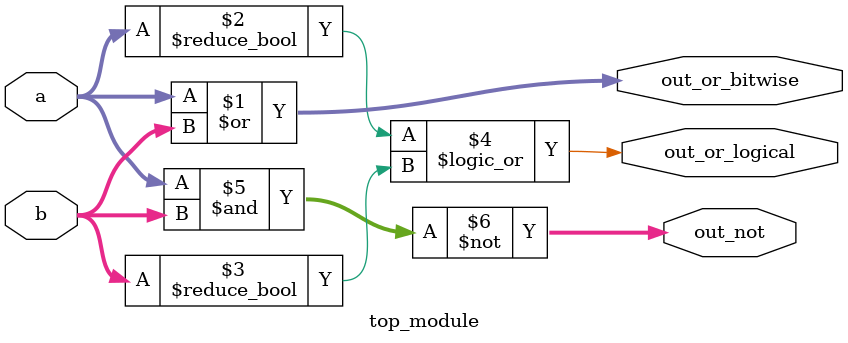
<source format=sv>
module top_module(
	input [2:0] a, 
	input [2:0] b, 
	output [2:0] out_or_bitwise,
	output out_or_logical,
	output [2:0] out_not
);
    
    assign out_or_bitwise = a | b;
    assign out_or_logical = (a != 0) || (b != 0);
    assign out_not = ~(a & b);
    
endmodule

</source>
